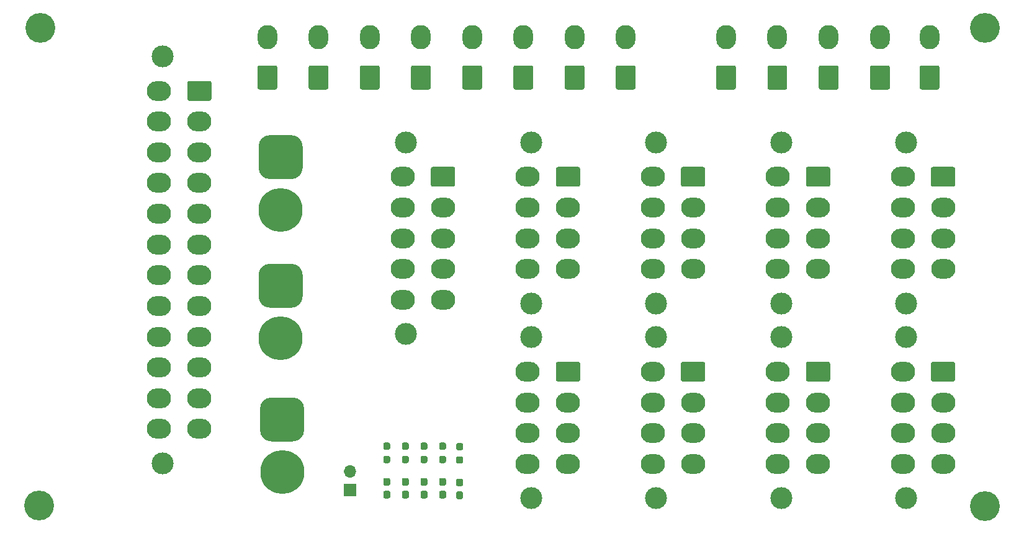
<source format=gbr>
%TF.GenerationSoftware,KiCad,Pcbnew,(5.1.10)-1*%
%TF.CreationDate,2021-10-29T23:59:47-07:00*%
%TF.ProjectId,ATX_PSU_Board,4154585f-5053-4555-9f42-6f6172642e6b,rev?*%
%TF.SameCoordinates,Original*%
%TF.FileFunction,Soldermask,Top*%
%TF.FilePolarity,Negative*%
%FSLAX46Y46*%
G04 Gerber Fmt 4.6, Leading zero omitted, Abs format (unit mm)*
G04 Created by KiCad (PCBNEW (5.1.10)-1) date 2021-10-29 23:59:47*
%MOMM*%
%LPD*%
G01*
G04 APERTURE LIST*
%ADD10C,6.000000*%
%ADD11O,2.700000X3.300000*%
%ADD12C,3.000000*%
%ADD13O,3.300000X2.700000*%
%ADD14O,1.700000X1.700000*%
%ADD15R,1.700000X1.700000*%
%ADD16C,4.064000*%
G04 APERTURE END LIST*
%TO.C,J30*%
G36*
G01*
X69823200Y-88555200D02*
X72823200Y-88555200D01*
G75*
G02*
X74323200Y-90055200I0J-1500000D01*
G01*
X74323200Y-93055200D01*
G75*
G02*
X72823200Y-94555200I-1500000J0D01*
G01*
X69823200Y-94555200D01*
G75*
G02*
X68323200Y-93055200I0J1500000D01*
G01*
X68323200Y-90055200D01*
G75*
G02*
X69823200Y-88555200I1500000J0D01*
G01*
G37*
D10*
X71323200Y-98755200D03*
%TD*%
%TO.C,J29*%
G36*
G01*
X70026400Y-106829600D02*
X73026400Y-106829600D01*
G75*
G02*
X74526400Y-108329600I0J-1500000D01*
G01*
X74526400Y-111329600D01*
G75*
G02*
X73026400Y-112829600I-1500000J0D01*
G01*
X70026400Y-112829600D01*
G75*
G02*
X68526400Y-111329600I0J1500000D01*
G01*
X68526400Y-108329600D01*
G75*
G02*
X70026400Y-106829600I1500000J0D01*
G01*
G37*
X71526400Y-117029600D03*
%TD*%
D11*
%TO.C,J20*%
X159867600Y-57593600D03*
G36*
G01*
X161217600Y-61693601D02*
X161217600Y-64493599D01*
G75*
G02*
X160967599Y-64743600I-250001J0D01*
G01*
X158767601Y-64743600D01*
G75*
G02*
X158517600Y-64493599I0J250001D01*
G01*
X158517600Y-61693601D01*
G75*
G02*
X158767601Y-61443600I250001J0D01*
G01*
X160967599Y-61443600D01*
G75*
G02*
X161217600Y-61693601I0J-250001D01*
G01*
G37*
%TD*%
D12*
%TO.C,J11*%
X156656400Y-120601800D03*
X156656400Y-98601800D03*
D13*
X156196400Y-115901800D03*
X156196400Y-111701800D03*
X156196400Y-107501800D03*
X156196400Y-103301800D03*
X161696400Y-115901800D03*
X161696400Y-111701800D03*
X161696400Y-107501800D03*
G36*
G01*
X160296401Y-101951800D02*
X163096399Y-101951800D01*
G75*
G02*
X163346400Y-102201801I0J-250001D01*
G01*
X163346400Y-104401799D01*
G75*
G02*
X163096399Y-104651800I-250001J0D01*
G01*
X160296401Y-104651800D01*
G75*
G02*
X160046400Y-104401799I0J250001D01*
G01*
X160046400Y-102201801D01*
G75*
G02*
X160296401Y-101951800I250001J0D01*
G01*
G37*
%TD*%
D11*
%TO.C,J24*%
X132083632Y-57607200D03*
G36*
G01*
X133433632Y-61707201D02*
X133433632Y-64507199D01*
G75*
G02*
X133183631Y-64757200I-250001J0D01*
G01*
X130983633Y-64757200D01*
G75*
G02*
X130733632Y-64507199I0J250001D01*
G01*
X130733632Y-61707201D01*
G75*
G02*
X130983633Y-61457200I250001J0D01*
G01*
X133183631Y-61457200D01*
G75*
G02*
X133433632Y-61707201I0J-250001D01*
G01*
G37*
%TD*%
%TO.C,J23*%
X139086774Y-57607200D03*
G36*
G01*
X140436774Y-61707201D02*
X140436774Y-64507199D01*
G75*
G02*
X140186773Y-64757200I-250001J0D01*
G01*
X137986775Y-64757200D01*
G75*
G02*
X137736774Y-64507199I0J250001D01*
G01*
X137736774Y-61707201D01*
G75*
G02*
X137986775Y-61457200I250001J0D01*
G01*
X140186773Y-61457200D01*
G75*
G02*
X140436774Y-61707201I0J-250001D01*
G01*
G37*
%TD*%
%TO.C,J22*%
X146089916Y-57607200D03*
G36*
G01*
X147439916Y-61707201D02*
X147439916Y-64507199D01*
G75*
G02*
X147189915Y-64757200I-250001J0D01*
G01*
X144989917Y-64757200D01*
G75*
G02*
X144739916Y-64507199I0J250001D01*
G01*
X144739916Y-61707201D01*
G75*
G02*
X144989917Y-61457200I250001J0D01*
G01*
X147189915Y-61457200D01*
G75*
G02*
X147439916Y-61707201I0J-250001D01*
G01*
G37*
%TD*%
%TO.C,J21*%
X153093058Y-57607200D03*
G36*
G01*
X154443058Y-61707201D02*
X154443058Y-64507199D01*
G75*
G02*
X154193057Y-64757200I-250001J0D01*
G01*
X151993059Y-64757200D01*
G75*
G02*
X151743058Y-64507199I0J250001D01*
G01*
X151743058Y-61707201D01*
G75*
G02*
X151993059Y-61457200I250001J0D01*
G01*
X154193057Y-61457200D01*
G75*
G02*
X154443058Y-61707201I0J-250001D01*
G01*
G37*
%TD*%
%TO.C,J19*%
X118414800Y-57593600D03*
G36*
G01*
X119764800Y-61693601D02*
X119764800Y-64493599D01*
G75*
G02*
X119514799Y-64743600I-250001J0D01*
G01*
X117314801Y-64743600D01*
G75*
G02*
X117064800Y-64493599I0J250001D01*
G01*
X117064800Y-61693601D01*
G75*
G02*
X117314801Y-61443600I250001J0D01*
G01*
X119514799Y-61443600D01*
G75*
G02*
X119764800Y-61693601I0J-250001D01*
G01*
G37*
%TD*%
%TO.C,J18*%
X111429800Y-57593600D03*
G36*
G01*
X112779800Y-61693601D02*
X112779800Y-64493599D01*
G75*
G02*
X112529799Y-64743600I-250001J0D01*
G01*
X110329801Y-64743600D01*
G75*
G02*
X110079800Y-64493599I0J250001D01*
G01*
X110079800Y-61693601D01*
G75*
G02*
X110329801Y-61443600I250001J0D01*
G01*
X112529799Y-61443600D01*
G75*
G02*
X112779800Y-61693601I0J-250001D01*
G01*
G37*
%TD*%
%TO.C,J17*%
X104444800Y-57593600D03*
G36*
G01*
X105794800Y-61693601D02*
X105794800Y-64493599D01*
G75*
G02*
X105544799Y-64743600I-250001J0D01*
G01*
X103344801Y-64743600D01*
G75*
G02*
X103094800Y-64493599I0J250001D01*
G01*
X103094800Y-61693601D01*
G75*
G02*
X103344801Y-61443600I250001J0D01*
G01*
X105544799Y-61443600D01*
G75*
G02*
X105794800Y-61693601I0J-250001D01*
G01*
G37*
%TD*%
%TO.C,J16*%
X97459800Y-57593600D03*
G36*
G01*
X98809800Y-61693601D02*
X98809800Y-64493599D01*
G75*
G02*
X98559799Y-64743600I-250001J0D01*
G01*
X96359801Y-64743600D01*
G75*
G02*
X96109800Y-64493599I0J250001D01*
G01*
X96109800Y-61693601D01*
G75*
G02*
X96359801Y-61443600I250001J0D01*
G01*
X98559799Y-61443600D01*
G75*
G02*
X98809800Y-61693601I0J-250001D01*
G01*
G37*
%TD*%
%TO.C,J15*%
X90474800Y-57593600D03*
G36*
G01*
X91824800Y-61693601D02*
X91824800Y-64493599D01*
G75*
G02*
X91574799Y-64743600I-250001J0D01*
G01*
X89374801Y-64743600D01*
G75*
G02*
X89124800Y-64493599I0J250001D01*
G01*
X89124800Y-61693601D01*
G75*
G02*
X89374801Y-61443600I250001J0D01*
G01*
X91574799Y-61443600D01*
G75*
G02*
X91824800Y-61693601I0J-250001D01*
G01*
G37*
%TD*%
%TO.C,J14*%
X83489800Y-57593600D03*
G36*
G01*
X84839800Y-61693601D02*
X84839800Y-64493599D01*
G75*
G02*
X84589799Y-64743600I-250001J0D01*
G01*
X82389801Y-64743600D01*
G75*
G02*
X82139800Y-64493599I0J250001D01*
G01*
X82139800Y-61693601D01*
G75*
G02*
X82389801Y-61443600I250001J0D01*
G01*
X84589799Y-61443600D01*
G75*
G02*
X84839800Y-61693601I0J-250001D01*
G01*
G37*
%TD*%
%TO.C,J13*%
X76504800Y-57593600D03*
G36*
G01*
X77854800Y-61693601D02*
X77854800Y-64493599D01*
G75*
G02*
X77604799Y-64743600I-250001J0D01*
G01*
X75404801Y-64743600D01*
G75*
G02*
X75154800Y-64493599I0J250001D01*
G01*
X75154800Y-61693601D01*
G75*
G02*
X75404801Y-61443600I250001J0D01*
G01*
X77604799Y-61443600D01*
G75*
G02*
X77854800Y-61693601I0J-250001D01*
G01*
G37*
%TD*%
%TO.C,J12*%
X69519800Y-57593600D03*
G36*
G01*
X70869800Y-61693601D02*
X70869800Y-64493599D01*
G75*
G02*
X70619799Y-64743600I-250001J0D01*
G01*
X68419801Y-64743600D01*
G75*
G02*
X68169800Y-64493599I0J250001D01*
G01*
X68169800Y-61693601D01*
G75*
G02*
X68419801Y-61443600I250001J0D01*
G01*
X70619799Y-61443600D01*
G75*
G02*
X70869800Y-61693601I0J-250001D01*
G01*
G37*
%TD*%
%TO.C,R5*%
G36*
G01*
X95987500Y-114036600D02*
X95512500Y-114036600D01*
G75*
G02*
X95275000Y-113799100I0J237500D01*
G01*
X95275000Y-113299100D01*
G75*
G02*
X95512500Y-113061600I237500J0D01*
G01*
X95987500Y-113061600D01*
G75*
G02*
X96225000Y-113299100I0J-237500D01*
G01*
X96225000Y-113799100D01*
G75*
G02*
X95987500Y-114036600I-237500J0D01*
G01*
G37*
G36*
G01*
X95987500Y-115861600D02*
X95512500Y-115861600D01*
G75*
G02*
X95275000Y-115624100I0J237500D01*
G01*
X95275000Y-115124100D01*
G75*
G02*
X95512500Y-114886600I237500J0D01*
G01*
X95987500Y-114886600D01*
G75*
G02*
X96225000Y-115124100I0J-237500D01*
G01*
X96225000Y-115624100D01*
G75*
G02*
X95987500Y-115861600I-237500J0D01*
G01*
G37*
%TD*%
%TO.C,D5*%
G36*
G01*
X95977500Y-118961600D02*
X95502500Y-118961600D01*
G75*
G02*
X95265000Y-118724100I0J237500D01*
G01*
X95265000Y-118149100D01*
G75*
G02*
X95502500Y-117911600I237500J0D01*
G01*
X95977500Y-117911600D01*
G75*
G02*
X96215000Y-118149100I0J-237500D01*
G01*
X96215000Y-118724100D01*
G75*
G02*
X95977500Y-118961600I-237500J0D01*
G01*
G37*
G36*
G01*
X95977500Y-120711600D02*
X95502500Y-120711600D01*
G75*
G02*
X95265000Y-120474100I0J237500D01*
G01*
X95265000Y-119899100D01*
G75*
G02*
X95502500Y-119661600I237500J0D01*
G01*
X95977500Y-119661600D01*
G75*
G02*
X96215000Y-119899100I0J-237500D01*
G01*
X96215000Y-120474100D01*
G75*
G02*
X95977500Y-120711600I-237500J0D01*
G01*
G37*
%TD*%
%TO.C,J28*%
G36*
G01*
X69823200Y-70978400D02*
X72823200Y-70978400D01*
G75*
G02*
X74323200Y-72478400I0J-1500000D01*
G01*
X74323200Y-75478400D01*
G75*
G02*
X72823200Y-76978400I-1500000J0D01*
G01*
X69823200Y-76978400D01*
G75*
G02*
X68323200Y-75478400I0J1500000D01*
G01*
X68323200Y-72478400D01*
G75*
G02*
X69823200Y-70978400I1500000J0D01*
G01*
G37*
D10*
X71323200Y-81178400D03*
%TD*%
%TO.C,R4*%
G36*
G01*
X93663500Y-113972100D02*
X93188500Y-113972100D01*
G75*
G02*
X92951000Y-113734600I0J237500D01*
G01*
X92951000Y-113234600D01*
G75*
G02*
X93188500Y-112997100I237500J0D01*
G01*
X93663500Y-112997100D01*
G75*
G02*
X93901000Y-113234600I0J-237500D01*
G01*
X93901000Y-113734600D01*
G75*
G02*
X93663500Y-113972100I-237500J0D01*
G01*
G37*
G36*
G01*
X93663500Y-115797100D02*
X93188500Y-115797100D01*
G75*
G02*
X92951000Y-115559600I0J237500D01*
G01*
X92951000Y-115059600D01*
G75*
G02*
X93188500Y-114822100I237500J0D01*
G01*
X93663500Y-114822100D01*
G75*
G02*
X93901000Y-115059600I0J-237500D01*
G01*
X93901000Y-115559600D01*
G75*
G02*
X93663500Y-115797100I-237500J0D01*
G01*
G37*
%TD*%
%TO.C,R3*%
G36*
G01*
X91123500Y-113972100D02*
X90648500Y-113972100D01*
G75*
G02*
X90411000Y-113734600I0J237500D01*
G01*
X90411000Y-113234600D01*
G75*
G02*
X90648500Y-112997100I237500J0D01*
G01*
X91123500Y-112997100D01*
G75*
G02*
X91361000Y-113234600I0J-237500D01*
G01*
X91361000Y-113734600D01*
G75*
G02*
X91123500Y-113972100I-237500J0D01*
G01*
G37*
G36*
G01*
X91123500Y-115797100D02*
X90648500Y-115797100D01*
G75*
G02*
X90411000Y-115559600I0J237500D01*
G01*
X90411000Y-115059600D01*
G75*
G02*
X90648500Y-114822100I237500J0D01*
G01*
X91123500Y-114822100D01*
G75*
G02*
X91361000Y-115059600I0J-237500D01*
G01*
X91361000Y-115559600D01*
G75*
G02*
X91123500Y-115797100I-237500J0D01*
G01*
G37*
%TD*%
%TO.C,R2*%
G36*
G01*
X88583500Y-113972100D02*
X88108500Y-113972100D01*
G75*
G02*
X87871000Y-113734600I0J237500D01*
G01*
X87871000Y-113234600D01*
G75*
G02*
X88108500Y-112997100I237500J0D01*
G01*
X88583500Y-112997100D01*
G75*
G02*
X88821000Y-113234600I0J-237500D01*
G01*
X88821000Y-113734600D01*
G75*
G02*
X88583500Y-113972100I-237500J0D01*
G01*
G37*
G36*
G01*
X88583500Y-115797100D02*
X88108500Y-115797100D01*
G75*
G02*
X87871000Y-115559600I0J237500D01*
G01*
X87871000Y-115059600D01*
G75*
G02*
X88108500Y-114822100I237500J0D01*
G01*
X88583500Y-114822100D01*
G75*
G02*
X88821000Y-115059600I0J-237500D01*
G01*
X88821000Y-115559600D01*
G75*
G02*
X88583500Y-115797100I-237500J0D01*
G01*
G37*
%TD*%
%TO.C,R1*%
G36*
G01*
X86043500Y-113972100D02*
X85568500Y-113972100D01*
G75*
G02*
X85331000Y-113734600I0J237500D01*
G01*
X85331000Y-113234600D01*
G75*
G02*
X85568500Y-112997100I237500J0D01*
G01*
X86043500Y-112997100D01*
G75*
G02*
X86281000Y-113234600I0J-237500D01*
G01*
X86281000Y-113734600D01*
G75*
G02*
X86043500Y-113972100I-237500J0D01*
G01*
G37*
G36*
G01*
X86043500Y-115797100D02*
X85568500Y-115797100D01*
G75*
G02*
X85331000Y-115559600I0J237500D01*
G01*
X85331000Y-115059600D01*
G75*
G02*
X85568500Y-114822100I237500J0D01*
G01*
X86043500Y-114822100D01*
G75*
G02*
X86281000Y-115059600I0J-237500D01*
G01*
X86281000Y-115559600D01*
G75*
G02*
X86043500Y-115797100I-237500J0D01*
G01*
G37*
%TD*%
%TO.C,D4*%
G36*
G01*
X93663500Y-118882600D02*
X93188500Y-118882600D01*
G75*
G02*
X92951000Y-118645100I0J237500D01*
G01*
X92951000Y-118070100D01*
G75*
G02*
X93188500Y-117832600I237500J0D01*
G01*
X93663500Y-117832600D01*
G75*
G02*
X93901000Y-118070100I0J-237500D01*
G01*
X93901000Y-118645100D01*
G75*
G02*
X93663500Y-118882600I-237500J0D01*
G01*
G37*
G36*
G01*
X93663500Y-120632600D02*
X93188500Y-120632600D01*
G75*
G02*
X92951000Y-120395100I0J237500D01*
G01*
X92951000Y-119820100D01*
G75*
G02*
X93188500Y-119582600I237500J0D01*
G01*
X93663500Y-119582600D01*
G75*
G02*
X93901000Y-119820100I0J-237500D01*
G01*
X93901000Y-120395100D01*
G75*
G02*
X93663500Y-120632600I-237500J0D01*
G01*
G37*
%TD*%
%TO.C,D3*%
G36*
G01*
X91123500Y-118882600D02*
X90648500Y-118882600D01*
G75*
G02*
X90411000Y-118645100I0J237500D01*
G01*
X90411000Y-118070100D01*
G75*
G02*
X90648500Y-117832600I237500J0D01*
G01*
X91123500Y-117832600D01*
G75*
G02*
X91361000Y-118070100I0J-237500D01*
G01*
X91361000Y-118645100D01*
G75*
G02*
X91123500Y-118882600I-237500J0D01*
G01*
G37*
G36*
G01*
X91123500Y-120632600D02*
X90648500Y-120632600D01*
G75*
G02*
X90411000Y-120395100I0J237500D01*
G01*
X90411000Y-119820100D01*
G75*
G02*
X90648500Y-119582600I237500J0D01*
G01*
X91123500Y-119582600D01*
G75*
G02*
X91361000Y-119820100I0J-237500D01*
G01*
X91361000Y-120395100D01*
G75*
G02*
X91123500Y-120632600I-237500J0D01*
G01*
G37*
%TD*%
%TO.C,D2*%
G36*
G01*
X88583500Y-118882600D02*
X88108500Y-118882600D01*
G75*
G02*
X87871000Y-118645100I0J237500D01*
G01*
X87871000Y-118070100D01*
G75*
G02*
X88108500Y-117832600I237500J0D01*
G01*
X88583500Y-117832600D01*
G75*
G02*
X88821000Y-118070100I0J-237500D01*
G01*
X88821000Y-118645100D01*
G75*
G02*
X88583500Y-118882600I-237500J0D01*
G01*
G37*
G36*
G01*
X88583500Y-120632600D02*
X88108500Y-120632600D01*
G75*
G02*
X87871000Y-120395100I0J237500D01*
G01*
X87871000Y-119820100D01*
G75*
G02*
X88108500Y-119582600I237500J0D01*
G01*
X88583500Y-119582600D01*
G75*
G02*
X88821000Y-119820100I0J-237500D01*
G01*
X88821000Y-120395100D01*
G75*
G02*
X88583500Y-120632600I-237500J0D01*
G01*
G37*
%TD*%
%TO.C,D1*%
G36*
G01*
X86043500Y-118882600D02*
X85568500Y-118882600D01*
G75*
G02*
X85331000Y-118645100I0J237500D01*
G01*
X85331000Y-118070100D01*
G75*
G02*
X85568500Y-117832600I237500J0D01*
G01*
X86043500Y-117832600D01*
G75*
G02*
X86281000Y-118070100I0J-237500D01*
G01*
X86281000Y-118645100D01*
G75*
G02*
X86043500Y-118882600I-237500J0D01*
G01*
G37*
G36*
G01*
X86043500Y-120632600D02*
X85568500Y-120632600D01*
G75*
G02*
X85331000Y-120395100I0J237500D01*
G01*
X85331000Y-119820100D01*
G75*
G02*
X85568500Y-119582600I237500J0D01*
G01*
X86043500Y-119582600D01*
G75*
G02*
X86281000Y-119820100I0J-237500D01*
G01*
X86281000Y-120395100D01*
G75*
G02*
X86043500Y-120632600I-237500J0D01*
G01*
G37*
%TD*%
D14*
%TO.C,J1*%
X80772000Y-116967000D03*
D15*
X80772000Y-119507000D03*
%TD*%
D12*
%TO.C,J5*%
X122551000Y-93964600D03*
X122551000Y-71964600D03*
D13*
X122091000Y-89264600D03*
X122091000Y-85064600D03*
X122091000Y-80864600D03*
X122091000Y-76664600D03*
X127591000Y-89264600D03*
X127591000Y-85064600D03*
X127591000Y-80864600D03*
G36*
G01*
X126191001Y-75314600D02*
X128990999Y-75314600D01*
G75*
G02*
X129241000Y-75564601I0J-250001D01*
G01*
X129241000Y-77764599D01*
G75*
G02*
X128990999Y-78014600I-250001J0D01*
G01*
X126191001Y-78014600D01*
G75*
G02*
X125941000Y-77764599I0J250001D01*
G01*
X125941000Y-75564601D01*
G75*
G02*
X126191001Y-75314600I250001J0D01*
G01*
G37*
%TD*%
D12*
%TO.C,J7*%
X156656400Y-93964600D03*
X156656400Y-71964600D03*
D13*
X156196400Y-89264600D03*
X156196400Y-85064600D03*
X156196400Y-80864600D03*
X156196400Y-76664600D03*
X161696400Y-89264600D03*
X161696400Y-85064600D03*
X161696400Y-80864600D03*
G36*
G01*
X160296401Y-75314600D02*
X163096399Y-75314600D01*
G75*
G02*
X163346400Y-75564601I0J-250001D01*
G01*
X163346400Y-77764599D01*
G75*
G02*
X163096399Y-78014600I-250001J0D01*
G01*
X160296401Y-78014600D01*
G75*
G02*
X160046400Y-77764599I0J250001D01*
G01*
X160046400Y-75564601D01*
G75*
G02*
X160296401Y-75314600I250001J0D01*
G01*
G37*
%TD*%
D16*
%TO.C,H4*%
X167436800Y-56337200D03*
%TD*%
%TO.C,H3*%
X38404800Y-121615200D03*
%TD*%
%TO.C,H2*%
X167436800Y-121716800D03*
%TD*%
%TO.C,H1*%
X38506400Y-56286400D03*
%TD*%
D12*
%TO.C,J10*%
X139603700Y-120601800D03*
X139603700Y-98601800D03*
D13*
X139143700Y-115901800D03*
X139143700Y-111701800D03*
X139143700Y-107501800D03*
X139143700Y-103301800D03*
X144643700Y-115901800D03*
X144643700Y-111701800D03*
X144643700Y-107501800D03*
G36*
G01*
X143243701Y-101951800D02*
X146043699Y-101951800D01*
G75*
G02*
X146293700Y-102201801I0J-250001D01*
G01*
X146293700Y-104401799D01*
G75*
G02*
X146043699Y-104651800I-250001J0D01*
G01*
X143243701Y-104651800D01*
G75*
G02*
X142993700Y-104401799I0J250001D01*
G01*
X142993700Y-102201801D01*
G75*
G02*
X143243701Y-101951800I250001J0D01*
G01*
G37*
%TD*%
D12*
%TO.C,J9*%
X122551000Y-120601800D03*
X122551000Y-98601800D03*
D13*
X122091000Y-115901800D03*
X122091000Y-111701800D03*
X122091000Y-107501800D03*
X122091000Y-103301800D03*
X127591000Y-115901800D03*
X127591000Y-111701800D03*
X127591000Y-107501800D03*
G36*
G01*
X126191001Y-101951800D02*
X128990999Y-101951800D01*
G75*
G02*
X129241000Y-102201801I0J-250001D01*
G01*
X129241000Y-104401799D01*
G75*
G02*
X128990999Y-104651800I-250001J0D01*
G01*
X126191001Y-104651800D01*
G75*
G02*
X125941000Y-104401799I0J250001D01*
G01*
X125941000Y-102201801D01*
G75*
G02*
X126191001Y-101951800I250001J0D01*
G01*
G37*
%TD*%
D12*
%TO.C,J8*%
X105498300Y-120601800D03*
X105498300Y-98601800D03*
D13*
X105038300Y-115901800D03*
X105038300Y-111701800D03*
X105038300Y-107501800D03*
X105038300Y-103301800D03*
X110538300Y-115901800D03*
X110538300Y-111701800D03*
X110538300Y-107501800D03*
G36*
G01*
X109138301Y-101951800D02*
X111938299Y-101951800D01*
G75*
G02*
X112188300Y-102201801I0J-250001D01*
G01*
X112188300Y-104401799D01*
G75*
G02*
X111938299Y-104651800I-250001J0D01*
G01*
X109138301Y-104651800D01*
G75*
G02*
X108888300Y-104401799I0J250001D01*
G01*
X108888300Y-102201801D01*
G75*
G02*
X109138301Y-101951800I250001J0D01*
G01*
G37*
%TD*%
D12*
%TO.C,J6*%
X139603700Y-93964600D03*
X139603700Y-71964600D03*
D13*
X139143700Y-89264600D03*
X139143700Y-85064600D03*
X139143700Y-80864600D03*
X139143700Y-76664600D03*
X144643700Y-89264600D03*
X144643700Y-85064600D03*
X144643700Y-80864600D03*
G36*
G01*
X143243701Y-75314600D02*
X146043699Y-75314600D01*
G75*
G02*
X146293700Y-75564601I0J-250001D01*
G01*
X146293700Y-77764599D01*
G75*
G02*
X146043699Y-78014600I-250001J0D01*
G01*
X143243701Y-78014600D01*
G75*
G02*
X142993700Y-77764599I0J250001D01*
G01*
X142993700Y-75564601D01*
G75*
G02*
X143243701Y-75314600I250001J0D01*
G01*
G37*
%TD*%
D12*
%TO.C,J4*%
X105498300Y-93964600D03*
X105498300Y-71964600D03*
D13*
X105038300Y-89264600D03*
X105038300Y-85064600D03*
X105038300Y-80864600D03*
X105038300Y-76664600D03*
X110538300Y-89264600D03*
X110538300Y-85064600D03*
X110538300Y-80864600D03*
G36*
G01*
X109138301Y-75314600D02*
X111938299Y-75314600D01*
G75*
G02*
X112188300Y-75564601I0J-250001D01*
G01*
X112188300Y-77764599D01*
G75*
G02*
X111938299Y-78014600I-250001J0D01*
G01*
X109138301Y-78014600D01*
G75*
G02*
X108888300Y-77764599I0J250001D01*
G01*
X108888300Y-75564601D01*
G75*
G02*
X109138301Y-75314600I250001J0D01*
G01*
G37*
%TD*%
D12*
%TO.C,J3*%
X88445600Y-98164600D03*
X88445600Y-71964600D03*
D13*
X87985600Y-93464600D03*
X87985600Y-89264600D03*
X87985600Y-85064600D03*
X87985600Y-80864600D03*
X87985600Y-76664600D03*
X93485600Y-93464600D03*
X93485600Y-89264600D03*
X93485600Y-85064600D03*
X93485600Y-80864600D03*
G36*
G01*
X92085601Y-75314600D02*
X94885599Y-75314600D01*
G75*
G02*
X95135600Y-75564601I0J-250001D01*
G01*
X95135600Y-77764599D01*
G75*
G02*
X94885599Y-78014600I-250001J0D01*
G01*
X92085601Y-78014600D01*
G75*
G02*
X91835600Y-77764599I0J250001D01*
G01*
X91835600Y-75564601D01*
G75*
G02*
X92085601Y-75314600I250001J0D01*
G01*
G37*
%TD*%
D12*
%TO.C,J2*%
X55208800Y-115822400D03*
X55208800Y-60222400D03*
D13*
X54748800Y-111122400D03*
X54748800Y-106922400D03*
X54748800Y-102722400D03*
X54748800Y-98522400D03*
X54748800Y-94322400D03*
X54748800Y-90122400D03*
X54748800Y-85922400D03*
X54748800Y-81722400D03*
X54748800Y-77522400D03*
X54748800Y-73322400D03*
X54748800Y-69122400D03*
X54748800Y-64922400D03*
X60248800Y-111122400D03*
X60248800Y-106922400D03*
X60248800Y-102722400D03*
X60248800Y-98522400D03*
X60248800Y-94322400D03*
X60248800Y-90122400D03*
X60248800Y-85922400D03*
X60248800Y-81722400D03*
X60248800Y-77522400D03*
X60248800Y-73322400D03*
X60248800Y-69122400D03*
G36*
G01*
X58848801Y-63572400D02*
X61648799Y-63572400D01*
G75*
G02*
X61898800Y-63822401I0J-250001D01*
G01*
X61898800Y-66022399D01*
G75*
G02*
X61648799Y-66272400I-250001J0D01*
G01*
X58848801Y-66272400D01*
G75*
G02*
X58598800Y-66022399I0J250001D01*
G01*
X58598800Y-63822401D01*
G75*
G02*
X58848801Y-63572400I250001J0D01*
G01*
G37*
%TD*%
M02*

</source>
